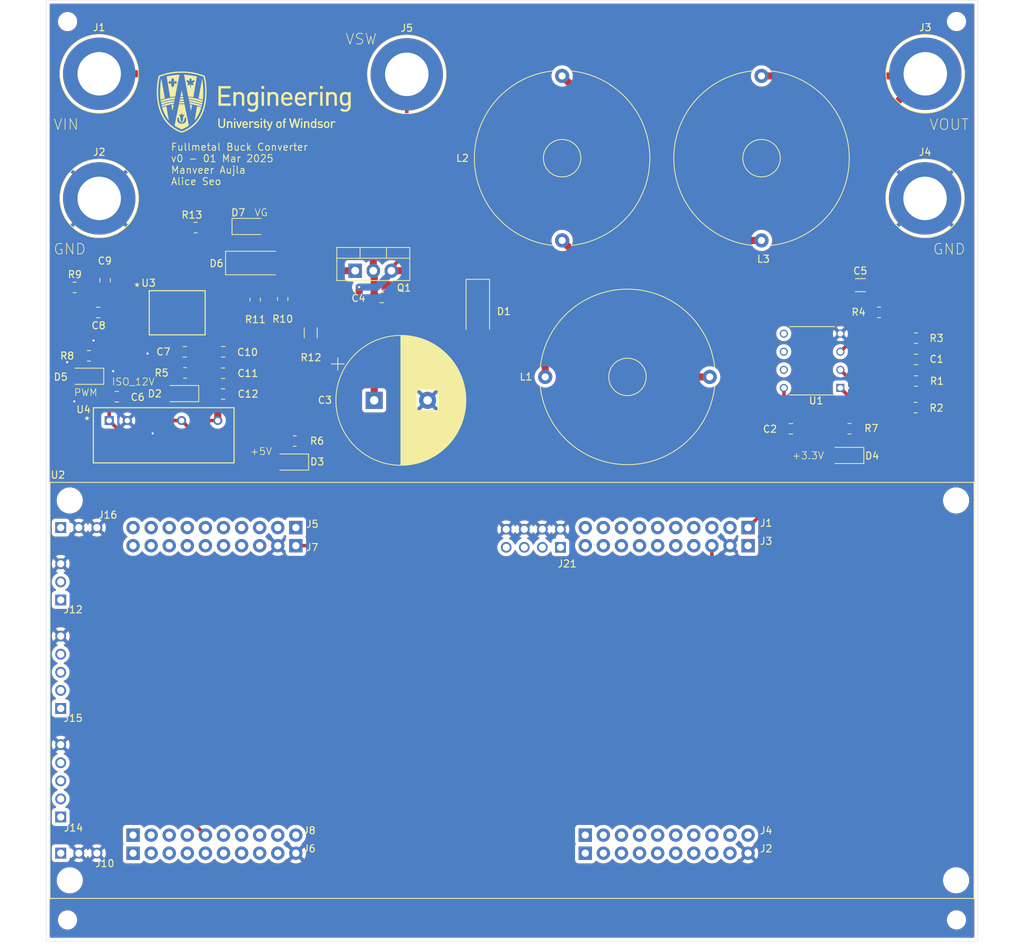
<source format=kicad_pcb>
(kicad_pcb (version 20240108) (generator "pcbnew") (generator_version "8.0")
  (title_block (title "Fullmetal Buck Converter") (date "2025-03-01") (rev "v0") (company "Manveer Aujla"))
  (layers (0 "F.Cu" signal) (31 "B.Cu" signal) (34 "B.Paste" user) (35 "F.Paste" user) (36 "B.SilkS" user "B.Silkscreen") (37 "F.SilkS" user "F.Silkscreen") (38 "B.Mask" user) (39 "F.Mask" user) (44 "Edge.Cuts" user))
  (net 0 "")
  (net 4 "Net-(U1A-+)")
  (net 5 "GND")
  (net 6 "+3.3V")
  (net 7 "Net-(U1A--)")
  (net 8 "/VFILT")
  (net 9 "/VOUT")
  (net 11 "/PowerStage/VIN")
  (net 15 "+5V")
  (net 17 "/GD/ISO_12")
  (net 19 "/GD/PWM_FILT")
  (net 33 "/VSW")
  (net 37 "Net-(D2-K)")
  (net 47 "Net-(D3-K)")
  (net 60 "Net-(D4-K)")
  (net 63 "Net-(D5-K)")
  (net 73 "/PWM")
  (net 79 "/VG")
  (net 87 "Net-(D6-K)")
  (net 96 "Net-(D7-K)")
  (net 97 "/GD/GD_PWM")
  (net 112 "Net-(L1-Pad2)")
  (net 113 "Net-(L2-Pad2)")
  (footprint "Inductor_THT:L_Radial_D24.4mm_P23.10mm_Murata_1400series" (layer "F.Cu") (at 108 84.9 90)
    (property "Reference" "L2")
    (property "Value" "6.8m")
  )
  (footprint "Diode_SMD:D_SMA_Handsoldering" (layer "F.Cu") (at 96.1644 94.869 -90)
    (property "Reference" "D1")
    (property "Value" "SS310")
  )
  (footprint "LED_SMD:LED_1206_3216Metric_Pad1.42x1.75mm_HandSolder" (layer "F.Cu") (at 54.5175 106.41 180)
    (property "Reference" "D2")
    (property "Value" "LTST-C150GKT")
  )
  (footprint "LED_SMD:LED_1206_3216Metric_Pad1.42x1.75mm_HandSolder" (layer "F.Cu") (at 64.11 82.94)
    (property "Reference" "D7")
    (property "Value" "LTST-C150GKT")
  )
  (footprint "Capacitor_THT:CP_Radial_D18.0mm_P7.50mm" (layer "F.Cu") (at 81.6074 107.3538)
    (property "Reference" "C3")
    (property "Value" "470u")
  )
  (footprint "LAUNCHXL_F28379D:MOD_LAUNCHXL-F28379D" (layer "F.Cu") (at 100.965 148.082 180)
    (property "Reference" "U2")
    (property "Value" "LAUNCHXL-F28379D")
  )
  (footprint "Resistor_SMD:R_0805_2012Metric_Pad1.20x1.40mm_HandSolder" (layer "F.Cu") (at 55.06 103.5 180)
    (property "Reference" "R5")
    (property "Value" "1k")
  )
  (footprint "MountingHole:MountingHole_2.2mm_M2" (layer "F.Cu") (at 163.38 180.31)
    (property "Reference" "REF**" (hide yes))
    (property "Value" "MountingHole_2.2mm_M2")
  )
  (footprint "TMV_0512SHI:TMV-HI_SINGLE_TRP" (layer "F.Cu") (at 44.4056 110.189)
    (property "Reference" "U4")
    (property "Value" "TMV 0512SHI")
  )
  (footprint "Connector:Banana_Jack_1Pin" (layer "F.Cu") (at 43 61.5)
    (property "Reference" "J1")
    (property "Value" "Conn_01x01_Pin")
  )
  (footprint "Resistor_SMD:R_0805_2012Metric_Pad1.20x1.40mm_HandSolder" (layer "F.Cu") (at 157.62 108.37 180)
    (property "Reference" "R2")
    (property "Value" "1k")
  )
  (footprint "Resistor_SMD:R_0805_2012Metric_Pad1.20x1.40mm_HandSolder" (layer "F.Cu") (at 41.56 101.11 180)
    (property "Reference" "R8")
    (property "Value" "120R")
  )
  (footprint "LED_SMD:LED_1206_3216Metric_Pad1.42x1.75mm_HandSolder" (layer "F.Cu") (at 41.175 103.9702 180)
    (property "Reference" "D5")
    (property "Value" "LTST-C150GKT")
  )
  (footprint "Resistor_SMD:R_0805_2012Metric_Pad1.20x1.40mm_HandSolder" (layer "F.Cu") (at 148.35 111.35 180)
    (property "Reference" "R7")
    (property "Value" "120R")
  )
  (footprint "LED_SMD:LED_1206_3216Metric_Pad1.42x1.75mm_HandSolder" (layer "F.Cu") (at 147.904 115.09 180)
    (property "Reference" "D4")
    (property "Value" "LTST-C150GKT")
  )
  (footprint "Package_TO_SOT_THT:TO-220-3_Vertical" (layer "F.Cu") (at 78.9432 89.1574)
    (property "Reference" "Q1")
    (property "Value" "IRF540NPBF")
  )
  (footprint "Resistor_SMD:R_0805_2012Metric_Pad1.20x1.40mm_HandSolder" (layer "F.Cu") (at 39.55 91.5)
    (property "Reference" "R9")
    (property "Value" "51R")
  )
  (footprint "Resistor_SMD:R_1206_3216Metric_Pad1.30x1.75mm_HandSolder" (layer "F.Cu") (at 72.7 97.87 -90)
    (property "Reference" "R12")
    (property "Value" "50R")
  )
  (footprint "UCC5304DWVR:SOIC8_DWV_TEX" (layer "F.Cu") (at 53.95 95.06)
    (property "Reference" "U3")
    (property "Value" "UCC5304DWVR")
  )
  (footprint "LED_SMD:LED_1206_3216Metric_Pad1.42x1.75mm_HandSolder" (layer "F.Cu") (at 69.9425 116.02 180)
    (property "Reference" "D3")
    (property "Value" "LTST-C150GKT")
  )
  (footprint "Resistor_SMD:R_0805_2012Metric_Pad1.20x1.40mm_HandSolder" (layer "F.Cu") (at 68.76 93.12 90)
    (property "Reference" "R10")
    (property "Value" "6.8R")
  )
  (footprint "Capacitor_SMD:C_0805_2012Metric_Pad1.18x1.45mm_HandSolder" (layer "F.Cu") (at 157.7 101.61)
    (property "Reference" "C1")
    (property "Value" "1.5u")
  )
  (footprint "Capacitor_SMD:C_1206_3216Metric_Pad1.33x1.80mm_HandSolder" (layer "F.Cu") (at 149.89 91.18 180)
    (property "Reference" "C5")
    (property "Value" "4.7u")
  )
  (footprint "LM358AP:DIP794W45P254L959H508Q8" (layer "F.Cu") (at 143.1 101.8 180)
    (property "Reference" "U1")
    (property "Value" "LM358AP")
  )
  (footprint "Resistor_SMD:R_0805_2012Metric_Pad1.20x1.40mm_HandSolder" (layer "F.Cu") (at 157.68 104.64 180)
    (property "Reference" "R1")
    (property "Value" "20k")
  )
  (footprint "Capacitor_SMD:C_0805_2012Metric_Pad1.18x1.45mm_HandSolder" (layer "F.Cu") (at 60.39 106.47)
    (property "Reference" "C12")
    (property "Value" "10u")
  )
  (footprint "Connector:Banana_Jack_1Pin" (layer "F.Cu") (at 158.963 79)
    (property "Reference" "J4")
    (property "Value" "Conn_01x01_Pin")
  )
  (footprint "Resistor_SMD:R_0805_2012Metric_Pad1.20x1.40mm_HandSolder" (layer "F.Cu") (at 64.893 93.19 90)
    (property "Reference" "R11")
    (property "Value" "12R")
  )
  (footprint "Diode_SMD:D_SMA_Handsoldering" (layer "F.Cu") (at 65.2525 88.07)
    (property "Reference" "D6")
    (property "Value" "US2AA")
  )
  (footprint "Inductor_THT:L_Radial_D24.4mm_P23.10mm_Murata_1400series" (layer "F.Cu") (at 136 84.9 90)
    (property "Reference" "L3")
    (property "Value" "6.8m")
  )
  (footprint "Capacitor_SMD:C_0805_2012Metric_Pad1.18x1.45mm_HandSolder" (layer "F.Cu") (at 55.01 100.55 180)
    (property "Reference" "C7")
    (property "Value" "1u")
  )
  (footprint "Resistor_SMD:R_0805_2012Metric_Pad1.20x1.40mm_HandSolder" (layer "F.Cu") (at 152.5 95)
    (property "Reference" "R4")
    (property "Value" "20k")
  )
  (footprint "Capacitor_SMD:C_0805_2012Metric_Pad1.18x1.45mm_HandSolder" (layer "F.Cu") (at 82.6577 92.9074)
    (property "Reference" "C4")
    (property "Value" "1u")
  )
  (footprint "MountingHole:MountingHole_2.2mm_M2" (layer "F.Cu") (at 163.38 54.16)
    (property "Reference" "REF**" (hide yes))
    (property "Value" "MountingHole_2.2mm_M2")
  )
  (footprint "UWinLogo:UWinLogo" (layer "F.Cu") (at 64.89 66.19)
    (property "Reference" "G***" (hide yes))
    (property "Value" "LOGO" (hide yes))
  )
  (footprint "Connector:Banana_Jack_1Pin" (layer "F.Cu") (at 86.19 61.58)
    (property "Reference" "J5")
    (property "Value" "Conn_01x01_Pin")
  )
  (footprint "Capacitor_SMD:C_0805_2012Metric_Pad1.18x1.45mm_HandSolder" (layer "F.Cu") (at 43.82 90.5 90)
    (property "Reference" "C9")
    (property "Value" "33p")
  )
  (footprint "Capacitor_SMD:C_0805_2012Metric_Pad1.18x1.45mm_HandSolder" (layer "F.Cu") (at 60.39 103.55)
    (property "Reference" "C11")
    (property "Value" "220n")
  )
  (footprint "Connector:Banana_Jack_1Pin" (layer "F.Cu") (at 159 61.5)
    (property "Reference" "J3")
    (property "Value" "Conn_01x01_Pin")
  )
  (footprint "MountingHole:MountingHole_2.2mm_M2" (layer "F.Cu") (at 38.56 54.17)
    (property "Reference" "REF**" (hide yes))
    (property "Value" "MountingHole_2.2mm_M2")
  )
  (footprint "Connector:Banana_Jack_1Pin" (layer "F.Cu") (at 43 79)
    (property "Reference" "J2")
    (property "Value" "Conn_01x01_Pin")
  )
  (footprint "Capacitor_SMD:C_0805_2012Metric_Pad1.18x1.45mm_HandSolder" (layer "F.Cu") (at 45.4668 106.8538)
    (property "Reference" "C6")
    (property "Value" "1u")
  )
  (footprint "Inductor_THT:L_Radial_D24.4mm_P23.10mm_Murata_1400series" (layer "F.Cu") (at 105.6266 104.0638)
    (property "Reference" "L1")
    (property "Value" "6.8m")
  )
  (footprint "MountingHole:MountingHole_2.2mm_M2" (layer "F.Cu") (at 38.55 180.32)
    (property "Reference" "REF**" (hide yes))
    (property "Value" "MountingHole_2.2mm_M2")
  )
  (footprint "Capacitor_SMD:C_0805_2012Metric_Pad1.18x1.45mm_HandSolder" (layer "F.Cu") (at 60.42 100.54)
    (property "Reference" "C10")
    (property "Value" "10u")
  )
  (footprint "Resistor_SMD:R_0805_2012Metric_Pad1.20x1.40mm_HandSolder" (layer "F.Cu") (at 56.54 83.1 180)
    (property "Reference" "R13")
    (property "Value" "1k")
  )
  (footprint "Resistor_SMD:R_0805_2012Metric_Pad1.20x1.40mm_HandSolder" (layer "F.Cu") (at 157.7 98.62 180)
    (property "Reference" "R3")
    (property "Value" "1k")
  )
  (footprint "Capacitor_SMD:C_0805_2012Metric_Pad1.18x1.45mm_HandSolder" (layer "F.Cu") (at 140.13 111.36)
    (property "Reference" "C2")
    (property "Value" "1u")
  )
  (footprint "Resistor_SMD:R_0805_2012Metric_Pad1.20x1.40mm_HandSolder" (layer "F.Cu") (at 70.4625 113.07 180)
    (property "Reference" "R6")
    (property "Value" "300R")
  )
  (footprint "Capacitor_SMD:C_0805_2012Metric_Pad1.18x1.45mm_HandSolder" (layer "F.Cu") (at 42.87 95.02 180)
    (property "Reference" "C8")
    (property "Value" "1u")
  )
  (gr_rect (start 35.56 51.164) (end 166.37 183.3) (stroke (width 0.05)) (fill none) (layer "Edge.Cuts"))
  (gr_text "ISO_12V" (at 44.72 105.33 0) (layer "F.SilkS") (effects (font (size 1 1) (thickness 0.1)) (justify left bottom)))
  (gr_text "+3.3V\n" (at 140.23 115.7 0) (layer "F.SilkS") (effects (font (size 1 1) (thickness 0.1)) (justify left bottom)))
  (gr_text "VOUT\n" (at 159.5 69.5 0) (layer "F.SilkS") (effects (font (size 1.5 1.5) (thickness 0.1)) (justify left bottom)))
  (gr_text "GND" (at 36.5 87 0) (layer "F.SilkS") (effects (font (size 1.5 1.5) (thickness 0.1)) (justify left bottom)))
  (gr_text "VIN\n" (at 36.5 69.5 0) (layer "F.SilkS") (effects (font (size 1.5 1.5) (thickness 0.1)) (justify left bottom)))
  (gr_text "PWM\n" (at 39.4 106.8404 0) (layer "F.SilkS") (effects (font (size 1 1) (thickness 0.1)) (justify left bottom)))
  (gr_text "+5V" (at 64.145 115.11 0) (layer "F.SilkS") (effects (font (size 1 1) (thickness 0.1)) (justify left bottom)))
  (gr_text "Fullmetal Buck Converter\nv0 - 01 Mar 2025\nManveer Aujla\nAlice Seo" (at 53 77.2 0) (layer "F.SilkS") (effects (font (size 1 1) (thickness 0.125)) (justify left bottom)))
  (gr_text "VG" (at 64.75 81.57 0) (layer "F.SilkS") (effects (font (size 1 1) (thickness 0.1)) (justify left bottom)))
  (gr_text "GND\n" (at 160 87 0) (layer "F.SilkS") (effects (font (size 1.5 1.5) (thickness 0.1)) (justify left bottom)))
  (gr_text "VSW\n" (at 77.5 57.5 0) (layer "F.SilkS") (effects (font (size 1.5 1.5) (thickness 0.1)) (justify left bottom)))
  (segment (start 156.63 98.55) (end 156.7 98.62) (width 0.5) (layer "F.Cu") (net 4))
  (segment (start 156.7 101.5725) (end 156.6625 101.61) (width 0.5) (layer "F.Cu") (net 4))
  (segment (start 156.7 98.62) (end 148.98 98.62) (width 0.5) (layer "F.Cu") (net 4))
  (segment (start 148.98 98.62) (end 147.07 100.53) (width 0.5) (layer "F.Cu") (net 4))
  (segment (start 156.7 98.62) (end 156.7 101.5725) (width 0.5) (layer "F.Cu") (net 4))
  (segment (start 153.5 95.42) (end 156.7 98.62) (width 1) (layer "F.Cu") (net 4))
  (segment (start 153.5 95) (end 153.5 95.42) (width 1) (layer "F.Cu") (net 4))
  (via (at 39.5 107.5) (size 0.6) (drill 0.3) (layers "F.Cu" "B.Cu") (net 5))
  (via (at 42.2 98.95) (size 0.6) (drill 0.3) (layers "F.Cu" "B.Cu") (net 5))
  (via (at 49.79 100.79) (size 0.6) (drill 0.3) (layers "F.Cu" "B.Cu") (net 5))
  (via (at 44.9626 103.259) (size 0.6) (drill 0.3) (layers "F.Cu" "B.Cu") (net 5))
  (via (at 38.5 102) (size 0.6) (drill 0.3) (layers "F.Cu" "B.Cu") (net 5))
  (via (at 50.5 112) (size 0.6) (drill 0.3) (layers "F.Cu" "B.Cu") (net 5))
  (segment (start 139.1525 109.48) (end 139.1525 115.09) (width 0.5) (layer "F.Cu") (net 6))
  (segment (start 139.1525 115.09) (end 139.1525 120.1815) (width 0.5) (layer "F.Cu") (net 6))
  (segment (start 146.4165 115.09) (end 139.1525 115.09) (width 0.5) (layer "F.Cu") (net 6))
  (segment (start 139.1525 120.1815) (end 134.112 125.222) (width 0.5) (layer "F.Cu") (net 6))
  (segment (start 146.3179 115.09) (end 146.504 115.09) (width 0.2) (layer "F.Cu") (net 6))
  (segment (start 139.1525 109.48) (end 139.1525 105.6325) (width 0.5) (layer "F.Cu") (net 6))
  (segment (start 139.1525 105.6325) (end 139.13 105.61) (width 0.5) (layer "F.Cu") (net 6))
  (segment (start 148.64 104.64) (end 147.07 103.07) (width 0.5) (layer "F.Cu") (net 7))
  (segment (start 158.62 106.58) (end 156.68 104.64) (width 0.5) (layer "F.Cu") (net 7))
  (segment (start 156.68 104.64) (end 148.64 104.64) (width 0.5) (layer "F.Cu") (net 7))
  (segment (start 158.62 108.37) (end 158.62 106.58) (width 0.5) (layer "F.Cu") (net 7))
  (segment (start 129.032 129.762) (end 131.65 132.38) (width 0.5) (layer "F.Cu") (net 8))
  (segment (start 149.83 108.37) (end 147.07 105.61) (width 0.5) (layer "F.Cu") (net 8))
  (segment (start 131.65 132.38) (end 152.28 132.38) (width 0.5) (layer "F.Cu") (net 8))
  (segment (start 156.62 108.37) (end 149.83 108.37) (width 0.5) (layer "F.Cu") (net 8))
  (segment (start 156.62 128.04) (end 156.62 108.37) (width 0.5) (layer "F.Cu") (net 8))
  (segment (start 129.032 127.762) (end 129.032 129.762) (width 0.5) (layer "F.Cu") (net 8))
  (segment (start 152.28 132.38) (end 156.62 128.04) (width 0.5) (layer "F.Cu") (net 8))
  (segment (start 151.4525 91.18) (end 151.4525 94.9525) (width 1) (layer "F.Cu") (net 9))
  (segment (start 158.65 61) (end 158.963 60.687) (width 1) (layer "F.Cu") (net 9))
  (segment (start 136 61.8) (end 158.7 61.8) (width 1) (layer "F.Cu") (net 9))
  (segment (start 158.599999 61.900001) (end 159 61.5) (width 1) (layer "F.Cu") (net 9))
  (segment (start 158.7 61.8) (end 159 61.5) (width 1) (layer "F.Cu") (net 9))
  (segment (start 151.4525 91.18) (end 151.4525 69.0475) (width 1) (layer "F.Cu") (net 9))
  (segment (start 151.4525 94.9525) (end 151.5 95) (width 1) (layer "F.Cu") (net 9))
  (segment (start 158.5 61) (end 159 61.5) (width 1) (layer "F.Cu") (net 9))
  (segment (start 151.4525 69.0475) (end 159 61.5) (width 1) (layer "F.Cu") (net 9))
  (segment (start 81.4832 79.1972) (end 63.786 61.5) (width 1) (layer "F.Cu") (net 11))
  (segment (start 63.786 61.5) (end 43 61.5) (width 1) (layer "F.Cu") (net 11))
  (segment (start 81.6202 89.2944) (end 81.4832 89.1574) (width 1) (layer "F.Cu") (net 11))
  (segment (start 81.64182 92.92902) (end 81.6202 92.9074) (width 1) (layer "F.Cu") (net 11))
  (segment (start 43 61.5) (end 43.056 61.444) (width 1) (layer "F.Cu") (net 11))
  (segment (start 81.6202 107.341) (end 81.6074 107.3538) (width 1) (layer "F.Cu") (net 11))
  (segment (start 81.6202 92.9074) (end 81.6202 89.2944) (width 1) (layer "F.Cu") (net 11))
  (segment (start 81.6202 92.9074) (end 81.6202 107.341) (width 1) (layer "F.Cu") (net 11))
  (segment (start 81.4832 79.1972) (end 81.4832 89.1574) (width 1) (layer "F.Cu") (net 11))
  (segment (start 73.238 127.762) (end 73.5 127.5) (width 0.5) (layer "F.Cu") (net 15))
  (segment (start 70.612 127.762) (end 73.238 127.762) (width 0.5) (layer "F.Cu") (net 15))
  (segment (start 48.5652 95.695) (end 48.5652 94.425) (width 0.5) (layer "F.Cu") (net 15))
  (segment (start 44.4293 106.8538) (end 46.4746 104.8085) (width 0.5) (layer "F.Cu") (net 15))
  (segment (start 50.2366 116.02) (end 44.4056 110.189) (width 0.5) (layer "F.Cu") (net 15))
  (segment (start 73.5 127.5) (end 73.5 121.065) (width 0.5) (layer "F.Cu") (net 15))
  (segment (start 47.8902 95.02) (end 48.5652 95.695) (width 0.5) (layer "F.Cu") (net 15))
  (segment (start 46.4746 96.6254) (end 47.405 95.695) (width 0.5) (layer "F.Cu") (net 15))
  (segment (start 47.405 95.695) (end 48.5652 95.695) (width 0.5) (layer "F.Cu") (net 15))
  (segment (start 43.9075 95.02) (end 47.8902 95.02) (width 0.5) (layer "F.Cu") (net 15))
  (segment (start 44.4056 110.189) (end 44.4056 106.965) (width 0.5) (layer "F.Cu") (net 15))
  (segment (start 68.455 116.02) (end 50.2366 116.02) (width 0.5) (layer "F.Cu") (net 15))
  (segment (start 46.4746 104.8085) (end 46.4746 96.6254) (width 0.5) (layer "F.Cu") (net 15))
  (segment (start 73.5 121.065) (end 68.455 116.02) (width 0.5) (layer "F.Cu") (net 15))
  (segment (start 56.0475 100.55) (end 56.0475 94.5914) (width 1) (layer "F.Cu") (net 17))
  (segment (start 56.0475 94.5914) (end 57.4839 93.155) (width 1) (layer "F.Cu") (net 17))
  (segment (start 59.3525 106.47) (end 59.3525 103.55) (width 1) (layer "F.Cu") (net 17))
  (segment (start 59.3825 100.54) (end 56.0575 100.54) (width 1) (layer "F.Cu") (net 17))
  (segment (start 59.3525 103.55) (end 59.3525 100.57) (width 1) (layer "F.Cu") (net 17))
  (segment (start 59.3525 100.57) (end 59.3825 100.54) (width 1) (layer "F.Cu") (net 17))
  (segment (start 56.0575 100.54) (end 56.0475 100.55) (width 1) (layer "F.Cu") (net 17))
  (segment (start 57.4839 93.155) (end 59.3348 93.155) (width 1) (layer "F.Cu") (net 17))
  (segment (start 53.03 106.41) (end 53.41 106.41) (width 0.5) (layer "F.Cu") (net 17))
  (segment (start 57.189 110.189) (end 59.6456 110.189) (width 0.5) (layer "F.Cu") (net 17))
  (segment (start 53.41 106.41) (end 57.189 110.189) (width 0.5) (layer "F.Cu") (net 17))
  (segment (start 59.6456 106.7631) (end 59.3525 106.47) (width 1) (layer "F.Cu") (net 17))
  (segment (start 59.6456 110.189) (end 59.6456 106.7631) (width 1) (layer "F.Cu") (net 17))
  (segment (start 43.82 91.5375) (end 45.8375 91.5375) (width 0.5) (layer "F.Cu") (net 19))
  (segment (start 47.455 93.155) (end 45.8375 91.5375) (width 0.5) (layer "F.Cu") (net 19))
  (segment (start 48.5652 93.155) (end 47.455 93.155) (width 0.5) (layer "F.Cu") (net 19))
  (segment (start 40.5875 91.5375) (end 40.55 91.5) (width 0.5) (layer "F.Cu") (net 19))
  (segment (start 43.82 91.5375) (end 40.5875 91.5375) (width 0.5) (layer "F.Cu") (net 19))
  (segment (start 84.0232 89.1574) (end 92.9528 89.1574) (width 1) (layer "F.Cu") (net 33))
  (segment (start 86.19 86.59) (end 86.19 61.58) (width 0.5) (layer "F.Cu") (net 33))
  (segment (start 61.4575 99.0877) (end 59.3348 96.965) (width 1) (layer "F.Cu") (net 33))
  (segment (start 59.3348 96.965) (end 59.3348 95.695) (width 1) (layer "F.Cu") (net 33))
  (segment (start 49.99 105.29) (end 51.78 103.5) (width 0.5) (layer "F.Cu") (net 33))
  (segment (start 54.5656 110.189) (end 52.489 110.189) (width 0.5) (layer "F.Cu") (net 33))
  (segment (start 54.5656 110.189) (end 57.3384 112.9618) (width 0.5) (layer "F.Cu") (net 33))
  (segment (start 61.4575 103.52) (end 61.4275 103.55) (width 1) (layer "F.Cu") (net 33))
  (segment (start 84.3018 89.436) (end 84.0232 89.1574) (width 1) (layer "F.Cu") (net 33))
  (segment (start 79.5062 92.6138) (end 71.58 100.54) (width 1) (layer "F.Cu") (net 33))
  (segment (start 105.6266 101.8312) (end 105.6266 104.0638) (width 1) (layer "F.Cu") (net 33))
  (segment (start 96.1644 92.369) (end 105.6266 101.8312) (width 1) (layer "F.Cu") (net 33))
  (segment (start 55.54 83.71) (end 55.54 83.1) (width 0.5) (layer "F.Cu") (net 33))
  (segment (start 51.78 103.5) (end 54.06 103.5) (width 0.5) (layer "F.Cu") (net 33))
  (segment (start 79.5062 91.4534) (end 79.5062 92.6138) (width 1) (layer "F.Cu") (net 33))
  (segment (start 61.4275 112.4481) (end 61.4275 106.47) (width 0.5) (layer "F.Cu") (net 33))
  (segment (start 84.0582 62.9418) (end 86 61) (width 0.2) (layer "F.Cu") (net 33))
  (segment (start 52.489 110.189) (end 49.99 107.69) (width 0.5) (layer "F.Cu") (net 33))
  (segment (start 84.0232 89.1574) (end 84.0232 88.7568) (width 0.5) (layer "F.Cu") (net 33))
  (segment (start 61.4275 103.55) (end 61.4275 106.47) (width 1) (layer "F.Cu") (net 33))
  (segment (start 55.2241 83.4159) (end 55.54 83.1) (width 0.5) (layer "F.Cu") (net 33))
  (segment (start 54.06 100.6375) (end 53.9725 100.55) (width 0.5) (layer "F.Cu") (net 33))
  (segment (start 54.06 103.5) (end 54.06 100.6375) (width 0.5) (layer "F.Cu") (net 33))
  (segment (start 60.9138 112.9618) (end 61.4275 112.4481) (width 0.5) (layer "F.Cu") (net 33))
  (segment (start 96.1644 92.369) (end 96.369 92.369) (width 1) (layer "F.Cu") (net 33))
  (segment (start 61.4575 100.54) (end 61.4575 103.52) (width 1) (layer "F.Cu") (net 33))
  (segment (start 92.9528 89.1574) (end 96.1644 92.369) (width 1) (layer "F.Cu") (net 33))
  (segment (start 84.0232 63.2968) (end 86.16 61.16) (width 0.5) (layer "F.Cu") (net 33))
  (segment (start 84.0232 62.9768) (end 86 61) (width 0.5) (layer "F.Cu") (net 33))
  (segment (start 61.4575 100.54) (end 61.4575 99.0877) (width 1) (layer "F.Cu") (net 33))
  (segment (start 84.0232 88.7568) (end 86.19 86.59) (width 0.5) (layer "F.Cu") (net 33))
  (segment (start 79.5062 92.6138) (end 72.7 99.42) (width 1) (layer "F.Cu") (net 33))
  (segment (start 53.9725 100.55) (end 53.9725 85.2775) (width 0.5) (layer "F.Cu") (net 33))
  (segment (start 49.99 107.69) (end 49.99 105.29) (width 0.5) (layer "F.Cu") (net 33))
  (segment (start 71.58 100.54) (end 61.4575 100.54) (width 1) (layer "F.Cu") (net 33))
  (segment (start 57.3384 112.9618) (end 60.9138 112.9618) (width 0.5) (layer "F.Cu") (net 33))
  (segment (start 54.6525 110.1021) (end 54.5656 110.189) (width 0.5) (layer "F.Cu") (net 33))
  (segment (start 53.9725 85.2775) (end 55.54 83.71) (width 0.5) (layer "F.Cu") (net 33))
  (segment (start 82.784 64.216) (end 86 61) (width 0.2) (layer "F.Cu") (net 33))
  (via (at 79.5062 91.4534) (size 0.6) (drill 0.3) (layers "F.Cu" "B.Cu") (net 33))
  (segment (start 84.0232 89.426152) (end 81.995952 91.4534) (width 1) (layer "B.Cu") (net 33))
  (segment (start 84.0232 89.1574) (end 84.0232 89.426152) (width 1) (layer "B.Cu") (net 33))
  (segment (start 81.995952 91.4534) (end 79.5062 91.4534) (width 1) (layer "B.Cu") (net 33))
  (segment (start 56.005 106.41) (end 56.005 103.555) (width 0.5) (layer "F.Cu") (net 37))
  (segment (start 56.005 103.555) (end 56.06 103.5) (width 0.5) (layer "F.Cu") (net 37))
  (segment (start 71.43 116.02) (end 71.43 113.1025) (width 0.5) (layer "F.Cu") (net 47))
  (segment (start 71.43 113.1025) (end 71.4625 113.07) (width 0.5) (layer "F.Cu") (net 47))
  (segment (start 149.05 114.836) (end 149.304 115.09) (width 0.2) (layer "F.Cu") (net 60))
  (segment (start 149.35 111.35) (end 149.35 115.0485) (width 0.5) (layer "F.Cu") (net 60))
  (segment (start 149.35 115.0485) (end 149.3915 115.09) (width 0.5) (layer "F.Cu") (net 60))
  (segment (start 42.575 103.8827) (end 42.6625 103.9702) (width 0.5) (layer "F.Cu") (net 63))
  (segment (start 42.6625 101.2125) (end 42.56 101.11) (width 0.5) (layer "F.Cu") (net 63))
  (segment (start 42.6625 103.9702) (end 42.6625 101.2125) (width 0.5) (layer "F.Cu") (net 63))
  (segment (start 37.1394 101.3794) (end 38.55 99.9688) (width 0.5) (layer "F.Cu") (net 73))
  (segment (start 45.09 122.19) (end 45.09 155.58) (width 0.5) (layer "F.Cu") (net 73))
  (segment (start 37.1394 105.545) (end 37.1394 101.3794) (width 0.5) (layer "F.Cu") (net 73))
  (segment (start 45.09 155.58) (end 57.912 168.402) (width 0.5) (layer "F.Cu") (net 73))
  (segment (start 37.1394 105.545) (end 38.1127 105.545) (width 0.5) (layer "F.Cu") (net 73))
  (segment (start 37.1394 114.2394) (end 45.09 122.19) (width 0.5) (layer "F.Cu") (net 73))
  (segment (start 37.1394 105.545) (end 37.1394 114.2394) (width 0.5) (layer "F.Cu") (net 73))
  (segment (start 38.1127 105.545) (end 39.6875 103.9702) (width 0.5) (layer "F.Cu") (net 73))
  (segment (start 38.55 99.9688) (end 38.55 91.5) (width 0.5) (layer "F.Cu") (net 73))
  (segment (start 72.7 89.1774) (end 72.7 96.32) (width 1) (layer "F.Cu") (net 79))
  (segment (start 67.7525 85.095) (end 65.5975 82.94) (width 1) (layer "F.Cu") (net 79))
  (segment (start 72.72 89.1574) (end 68.8399 89.1574) (width 1) (layer "F.Cu") (net 79))
  (segment (start 68.83 92.19) (end 68.76 92.12) (width 1) (layer "F.Cu") (net 79))
  (segment (start 72.72 89.1574) (end 72.7 89.1774) (width 1) (layer "F.Cu") (net 79))
  (segment (start 78.9432 89.1574) (end 72.72 89.1574) (width 1) (layer "F.Cu") (net 79))
  (segment (start 78.9278 89.142) (end 78.9432 89.1574) (width 1) (layer "F.Cu") (net 79))
  (segment (start 67.7525 88.07) (end 67.7525 85.095) (width 1) (layer "F.Cu") (net 79))
  (segment (start 68.8399 89.1574) (end 67.7525 88.07) (width 1) (layer "F.Cu") (net 79))
  (segment (start 68.76 89.0775) (end 67.7525 88.07) (width 1) (layer "F.Cu") (net 79))
  (segment (start 68.76 92.12) (end 68.76 89.0775) (width 1) (layer "F.Cu") (net 79))
  (segment (start 63.159 89.1286) (end 63.159 90.456) (width 1) (layer "F.Cu") (net 87))
  (segment (start 63.159 90.456) (end 64.893 92.19) (width 1) (layer "F.Cu") (net 87))
  (segment (start 57.7 82.94) (end 57.54 83.1) (width 1) (layer "F.Cu") (net 96))
  (segment (start 62.6225 82.94) (end 57.7 82.94) (width 1) (layer "F.Cu") (net 96))
  (segment (start 59.3348 94.425) (end 64.658 94.425) (width 1) (layer "F.Cu") (net 97))
  (segment (start 64.658 94.425) (end 64.893 94.19) (width 1) (layer "F.Cu") (net 97))
  (segment (start 64.893 94.19) (end 68.195 94.19) (width 1) (layer "F.Cu") (net 97))
  (segment (start 128.7266 104.0638) (end 127.1638 104.0638) (width 1) (layer "F.Cu") (net 112))
  (segment (start 127.1638 104.0638) (end 108 84.9) (width 1) (layer "F.Cu") (net 112))
  (segment (start 108 61.8) (end 131.1 84.9) (width 1) (layer "F.Cu") (net 113))
  (segment (start 131.1 84.9) (end 136 84.9) (width 1) (layer "F.Cu") (net 113))
  (zone (net 5) (net_name "GND") (layer "F.Cu") (priority 1) (connect_pads (clearance 0.5)) (min_thickness 0.25) (fill yes (thermal_gap 0.5) (thermal_bridge_width 0.5))
    (polygon (pts (xy 35.56 183.3) (xy 35.56 51.164) (xy 166.37 51.164) (xy 166.37 183.3)))
  )
  (zone (net 5) (net_name "GND") (layer "B.Cu") (connect_pads (clearance 0.5)) (min_thickness 0.25) (fill yes (thermal_gap 0.5) (thermal_bridge_width 0.5))
    (polygon (pts (xy 35.56 51.164) (xy 166.37 51.164) (xy 166.37 183.3) (xy 35.56 183.3)))
  )
)
</source>
